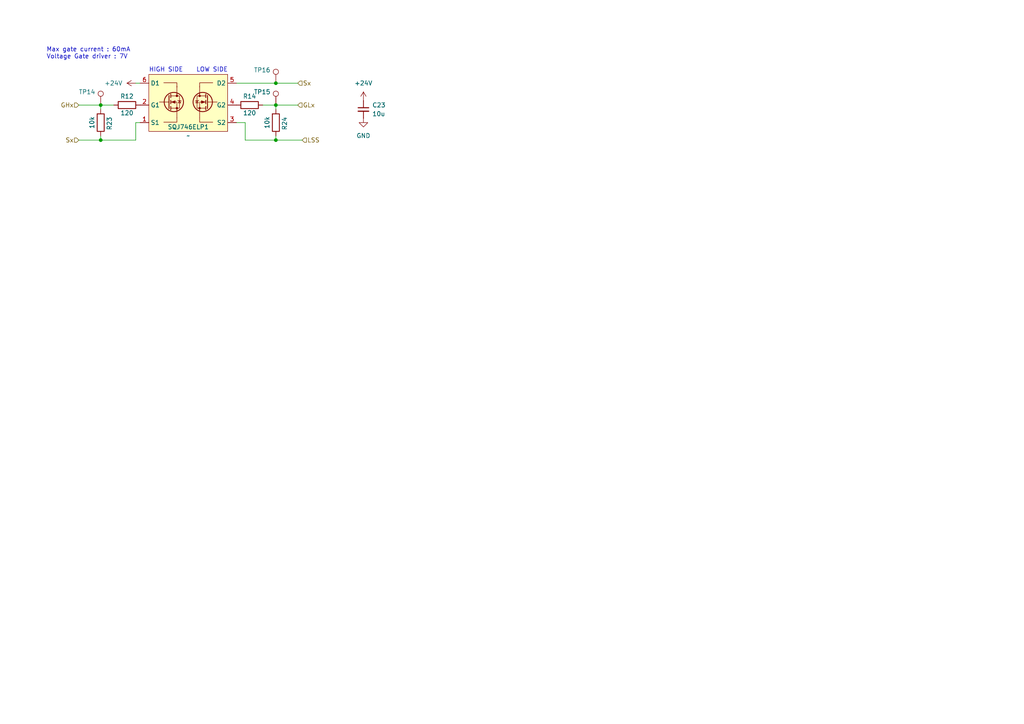
<source format=kicad_sch>
(kicad_sch (version 20250114) (generator "eeschema") (generator_version "9.0")
  (paper "A4")
  (lib_symbols
    (symbol "Connector:TestPoint" (pin_numbers (hide yes)) (pin_names (offset 0.762) (hide yes))
      (property "Reference" "TP" (at 0 6.858 0))
      (property "Value" "TestPoint" (at 0 5.08 0))
      (symbol "TestPoint_0_1"
        (circle (center 0 3.302) (radius 0.762))
      )
      (symbol "TestPoint_1_1"
        (pin passive line (at 0 0 90) (length 2.54) (name "1") (number "1"))
      )
    )
    (symbol "Custom:SQJ746ELP"
      (property "Reference" "SQJ746ELP" (at 0 -7.62 0))
      (symbol "SQJ746ELP_0_1"
        (polyline (pts (xy -5.588 1.524) (xy -5.588 -2.286)) (stroke (width 0.254)))
        (polyline (pts (xy -5.588 -0.381) (xy -8.382 -0.381)))
        (polyline (pts (xy -5.08 1.905) (xy -5.08 0.889)) (stroke (width 0.254)))
        (polyline (pts (xy -5.08 0.127) (xy -5.08 -0.889)) (stroke (width 0.254)))
        (polyline (pts (xy -5.08 -1.651) (xy -5.08 -2.667)) (stroke (width 0.254)))
        (polyline (pts (xy -5.08 -2.159) (xy -2.54 -2.159) (xy -2.54 1.397) (xy -5.08 1.397)))
        (polyline (pts (xy -4.826 -0.381) (xy -3.81 0) (xy -3.81 -0.762) (xy -4.826 -0.381)) (fill (type outline)))
        (circle (center -4.191 -0.381) (radius 2.794) (stroke (width 0.254)))
        (polyline (pts (xy -3.302 2.159) (xy -3.302 1.397)))
        (circle (center -3.302 1.397) (radius 0.254) (fill (type outline)))
        (polyline (pts (xy -3.302 1.397) (xy -3.302 4.191)))
        (circle (center -3.302 -2.159) (radius 0.254) (fill (type outline)))
        (polyline (pts (xy -3.302 -2.921) (xy -3.302 -0.381) (xy -5.08 -0.381)))
        (polyline (pts (xy -3.302 -4.953) (xy -3.302 -2.159)))
        (polyline (pts (xy -3.048 0.127) (xy -2.921 0) (xy -2.159 0) (xy -2.032 -0.127)))
        (polyline (pts (xy -2.54 0) (xy -2.921 -0.635) (xy -2.159 -0.635) (xy -2.54 0)))
        (polyline (pts (xy 2.54 0) (xy 2.921 -0.635) (xy 2.159 -0.635) (xy 2.54 0)))
        (polyline (pts (xy 3.048 0.127) (xy 2.921 0) (xy 2.159 0) (xy 2.032 -0.127)))
        (polyline (pts (xy 3.302 2.159) (xy 3.302 1.397)))
        (polyline (pts (xy 3.302 1.397) (xy 3.302 4.191)))
        (circle (center 3.302 1.397) (radius 0.254) (fill (type outline)))
        (circle (center 3.302 -2.159) (radius 0.254) (fill (type outline)))
        (polyline (pts (xy 3.302 -2.921) (xy 3.302 -0.381) (xy 5.08 -0.381)))
        (polyline (pts (xy 3.302 -4.953) (xy 3.302 -2.159)))
        (circle (center 4.191 -0.381) (radius 2.794) (stroke (width 0.254)))
        (polyline (pts (xy 4.826 -0.381) (xy 3.81 0) (xy 3.81 -0.762) (xy 4.826 -0.381)) (fill (type outline)))
        (polyline (pts (xy 5.08 1.905) (xy 5.08 0.889)) (stroke (width 0.254)))
        (polyline (pts (xy 5.08 0.127) (xy 5.08 -0.889)) (stroke (width 0.254)))
        (polyline (pts (xy 5.08 -1.651) (xy 5.08 -2.667)) (stroke (width 0.254)))
        (polyline (pts (xy 5.08 -2.159) (xy 2.54 -2.159) (xy 2.54 1.397) (xy 5.08 1.397)))
        (polyline (pts (xy 5.588 1.524) (xy 5.588 -2.286)) (stroke (width 0.254)))
        (polyline (pts (xy 5.588 -0.381) (xy 8.382 -0.381)))
      )
      (symbol "SQJ746ELP_1_1"
        (rectangle (start -11.43 7.62) (end 11.43 -8.89) (fill (type background)))
        (polyline (pts (xy -3.302 3.937) (xy -3.302 5.207) (xy -7.112 5.207)))
        (polyline (pts (xy -3.302 -4.953) (xy -3.302 -6.223) (xy -7.112 -6.223)))
        (polyline (pts (xy 3.302 3.937) (xy 3.302 5.207) (xy 7.112 5.207)))
        (polyline (pts (xy 3.302 -4.953) (xy 3.302 -6.223) (xy 7.112 -6.223)))
        (pin input line (at -13.97 5.08 0) (length 2.54) (name "D2") (number "5"))
        (pin input line (at -13.97 -1.27 0) (length 2.54) (name "G2") (number "4"))
        (pin output line (at -13.97 -6.35 0) (length 2.54) (name "S2") (number "3"))
        (pin input line (at 13.97 5.08 180) (length 2.54) (name "D1") (number "6"))
        (pin input line (at 13.97 -1.27 180) (length 2.54) (name "G1") (number "2"))
        (pin output line (at 13.97 -6.35 180) (length 2.54) (name "S1") (number "1"))
      )
    )
    (symbol "Device:C_Small" (pin_numbers (hide yes)) (pin_names (offset 0.254) (hide yes))
      (property "Reference" "C" (at 0.254 1.778 0))
      (property "Value" "C_Small" (at 0.254 -2.032 0))
      (symbol "C_Small_0_1"
        (polyline (pts (xy -1.524 0.508) (xy 1.524 0.508)) (stroke (width 0.3048)))
        (polyline (pts (xy -1.524 -0.508) (xy 1.524 -0.508)) (stroke (width 0.3302)))
      )
      (symbol "C_Small_1_1"
        (pin passive line (at 0 2.54 270) (length 2.032) (name "~") (number "1"))
        (pin passive line (at 0 -2.54 90) (length 2.032) (name "~") (number "2"))
      )
    )
    (symbol "Device:R" (pin_numbers (hide yes)) (pin_names (offset 0))
      (property "Reference" "R" (at 2.032 0 90))
      (property "Value" "R" (at 0 0 90))
      (symbol "R_0_1"
        (rectangle (start -1.016 -2.54) (end 1.016 2.54) (stroke (width 0.254)))
      )
      (symbol "R_1_1"
        (pin passive line (at 0 3.81 270) (length 1.27) (name "~") (number "1"))
        (pin passive line (at 0 -3.81 90) (length 1.27) (name "~") (number "2"))
      )
    )
    (symbol "power:+24V" (power) (pin_numbers (hide yes)) (pin_names (offset 0) (hide yes))
      (property "Value" "+24V" (at 0 3.556 0))
      (symbol "+24V_0_1"
        (polyline (pts (xy -0.762 1.27) (xy 0 2.54)))
        (polyline (pts (xy 0 2.54) (xy 0.762 1.27)))
        (polyline (pts (xy 0 0) (xy 0 2.54)))
      )
      (symbol "+24V_1_1"
        (pin power_in line (at 0 0 90) (length 0) (name "~") (number "1"))
      )
    )
    (symbol "power:GND" (power) (pin_numbers (hide yes)) (pin_names (offset 0) (hide yes))
      (property "Value" "GND" (at 0 -3.81 0))
      (symbol "GND_0_1"
        (polyline (pts (xy 0 0) (xy 0 -1.27) (xy 1.27 -1.27) (xy 0 -2.54) (xy -1.27 -1.27) (xy 0 -1.27)))
      )
      (symbol "GND_1_1"
        (pin power_in line (at 0 0 270) (length 0) (name "~") (number "1"))
      )
    )
  )
  (text "HIGH SIDE" (at 43.18 20.32 0) (effects (font (size 1.27 1.27)) (justify left)))
  (text "LOW SIDE" (at 56.896 20.32 0) (effects (font (size 1.27 1.27)) (justify left)))
  (text "Max gate current : 60mA\nVoltage Gate driver : 7V" (at 13.462 15.494 0) (effects (font (size 1.27 1.27)) (justify left)))
  (junction (at 80.01 24.13))
  (junction (at 80.01 30.48))
  (junction (at 80.01 40.64))
  (junction (at 29.21 30.48))
  (junction (at 29.21 40.64))
  (wire (pts (xy 29.21 30.48) (xy 29.21 31.75)))
  (wire (pts (xy 80.01 40.64) (xy 87.63 40.64)))
  (wire (pts (xy 71.12 35.56) (xy 68.58 35.56)))
  (wire (pts (xy 39.37 35.56) (xy 39.37 40.64)))
  (wire (pts (xy 39.37 40.64) (xy 29.21 40.64)))
  (wire (pts (xy 80.01 31.75) (xy 80.01 30.48)))
  (wire (pts (xy 22.86 30.48) (xy 29.21 30.48)))
  (wire (pts (xy 76.2 30.48) (xy 80.01 30.48)))
  (wire (pts (xy 80.01 39.37) (xy 80.01 40.64)))
  (wire (pts (xy 80.01 24.13) (xy 86.36 24.13)))
  (wire (pts (xy 71.12 40.64) (xy 80.01 40.64)))
  (wire (pts (xy 29.21 39.37) (xy 29.21 40.64)))
  (wire (pts (xy 68.58 24.13) (xy 80.01 24.13)))
  (wire (pts (xy 40.64 35.56) (xy 39.37 35.56)))
  (wire (pts (xy 22.86 40.64) (xy 29.21 40.64)))
  (wire (pts (xy 80.01 30.48) (xy 86.36 30.48)))
  (wire (pts (xy 71.12 40.64) (xy 71.12 35.56)))
  (wire (pts (xy 33.02 30.48) (xy 29.21 30.48)))
  (wire (pts (xy 40.64 24.13) (xy 39.37 24.13)))
  (hierarchical_label "GHx" (shape input) (at 22.86 30.48 180))
  (hierarchical_label "Sx" (shape input) (at 86.36 24.13 0))
  (hierarchical_label "GLx" (shape input) (at 86.36 30.48 0))
  (hierarchical_label "Sx" (shape input) (at 22.86 40.64 180))
  (hierarchical_label "LSS" (shape input) (at 87.63 40.64 0))
  (symbol (lib_id "Device:R") (at 36.83 30.48 90) (unit 1)
    (property "Reference" "R12" (at 36.83 27.94 90))
    (property "Value" "120" (at 36.83 32.766 90))
    (property "Footprint" "Resistor_SMD:R_1210_3225Metric" (effects (hide yes)))
    (property "Description" "Resistor" (effects (hide yes)))
    (instances (project "Motor_driver" (path "" (reference "R12") (unit 1)) (path "" (reference "R20") (unit 1)) (path "" (reference "R13") (unit 1))))
  )
  (symbol (lib_id "Device:C_Small") (at 105.41 31.75 0) (unit 1)
    (property "Reference" "C23" (at 107.95 30.4862 0) (effects (justify left)))
    (property "Value" "10u" (at 107.95 33.0262 0) (effects (justify left)))
    (property "Footprint" "Capacitor_SMD:C_2220_5750Metric" (effects (hide yes)))
    (property "Datasheet" "https://www.we-online.com/components/products/datasheet/885012214001.pdf" (effects (hide yes)))
    (property "Description" "Unpolarized capacitor, small symbol" (effects (hide yes)))
    (property "MPN" "885012214001" (effects (hide yes)))
    (property "Vmax" "100V" (effects (hide yes)))
    (instances (project "Motor_driver" (path "" (reference "C23") (unit 1)) (path "" (reference "C25") (unit 1)) (path "" (reference "C24") (unit 1))))
  )
  (symbol (lib_id "Connector:TestPoint") (at 29.21 30.48 0) (mirror y) (unit 1)
    (property "Reference" "TP14" (at 27.686 26.67 0) (effects (justify left)))
    (property "Value" "GATE C" (effects (hide yes)))
    (property "Footprint" "TestPoint:TestPoint_Pad_D1.5mm" (effects (hide yes)))
    (property "Description" "test point" (effects (hide yes)))
    (instances (project "Motor_driver" (path "" (reference "TP14") (unit 1)) (path "" (reference "TP20") (unit 1)) (path "" (reference "TP17") (unit 1))))
  )
  (symbol (lib_id "power:+24V") (at 105.41 29.21 0) (unit 1)
    (property "Reference" "#PWR036" (effects (hide yes)))
    (property "Value" "+24V" (at 105.41 24.13 0))
    (property "Description" "Power symbol creates a global label with name \"+24V\"" (effects (hide yes)))
    (instances (project "Motor_driver" (path "" (reference "#PWR036") (unit 1)) (path "" (reference "#PWR042") (unit 1)) (path "" (reference "#PWR040") (unit 1))))
  )
  (symbol (lib_id "Connector:TestPoint") (at 80.01 30.48 0) (mirror y) (unit 1)
    (property "Reference" "TP15" (at 78.486 26.67 0) (effects (justify left)))
    (property "Value" "GATE C" (effects (hide yes)))
    (property "Footprint" "TestPoint:TestPoint_Pad_D1.5mm" (effects (hide yes)))
    (property "Description" "test point" (effects (hide yes)))
    (instances (project "Motor_driver" (path "" (reference "TP15") (unit 1)) (path "" (reference "TP22") (unit 1)) (path "" (reference "TP19") (unit 1))))
  )
  (symbol (lib_id "Custom:SQJ746ELP") (at 54.61 29.21 0) (mirror y) (unit 1)
    (property "Reference" "SQJ746ELP1" (at 54.61 36.83 0))
    (property "Value" "~" (at 54.61 39.37 0))
    (property "Footprint" "Package_SO:PowerPAK_SO-8_Dual" (effects (hide yes)))
    (instances (project "Motor_driver" (path "" (reference "SQJ746ELP1") (unit 1)) (path "" (reference "SQJ746ELP3") (unit 1)) (path "" (reference "SQJ746ELP2") (unit 1))))
  )
  (symbol (lib_id "Device:R") (at 72.39 30.48 90) (unit 1)
    (property "Reference" "R14" (at 72.39 27.94 90))
    (property "Value" "120" (at 72.39 32.766 90))
    (property "Footprint" "Resistor_SMD:R_1210_3225Metric" (effects (hide yes)))
    (property "Description" "Resistor" (effects (hide yes)))
    (instances (project "Motor_driver" (path "" (reference "R14") (unit 1)) (path "" (reference "R21") (unit 1)) (path "" (reference "R19") (unit 1))))
  )
  (symbol (lib_id "Device:R") (at 80.01 35.56 0) (unit 1)
    (property "Reference" "R24" (at 82.55 35.814 90))
    (property "Value" "10k" (at 77.47 35.56 90))
    (property "Footprint" "Resistor_SMD:R_0402_1005Metric" (effects (hide yes)))
    (property "Description" "Resistor" (effects (hide yes)))
    (instances (project "Motor_driver" (path "" (reference "R24") (unit 1)) (path "" (reference "R28") (unit 1)) (path "" (reference "R26") (unit 1))))
  )
  (symbol (lib_id "power:GND") (at 105.41 34.29 0) (unit 1)
    (property "Reference" "#PWR038" (effects (hide yes)))
    (property "Value" "GND" (at 105.41 39.37 0))
    (property "Description" "Power symbol creates a global label with name \"GND\" , ground" (effects (hide yes)))
    (instances (project "Motor_driver" (path "" (reference "#PWR038") (unit 1)) (path "" (reference "#PWR043") (unit 1)) (path "" (reference "#PWR041") (unit 1))))
  )
  (symbol (lib_id "Connector:TestPoint") (at 80.01 24.13 0) (mirror y) (unit 1)
    (property "Reference" "TP16" (at 78.486 20.32 0) (effects (justify left)))
    (property "Value" "GATE C" (effects (hide yes)))
    (property "Footprint" "TestPoint:TestPoint_Pad_D1.5mm" (effects (hide yes)))
    (property "Description" "test point" (effects (hide yes)))
    (instances (project "Motor_driver" (path "" (reference "TP16") (unit 1)) (path "" (reference "TP21") (unit 1)) (path "" (reference "TP18") (unit 1))))
  )
  (symbol (lib_id "Device:R") (at 29.21 35.56 0) (unit 1)
    (property "Reference" "R23" (at 31.75 35.814 90))
    (property "Value" "10k" (at 26.67 35.56 90))
    (property "Footprint" "Resistor_SMD:R_0402_1005Metric" (effects (hide yes)))
    (property "Description" "Resistor" (effects (hide yes)))
    (instances (project "Motor_driver" (path "" (reference "R23") (unit 1)) (path "" (reference "R27") (unit 1)) (path "" (reference "R25") (unit 1))))
  )
  (symbol (lib_id "power:+24V") (at 39.37 24.13 90) (unit 1)
    (property "Reference" "#PWR022" (effects (hide yes)))
    (property "Value" "+24V" (at 35.56 24.1299 90) (effects (justify left)))
    (property "Description" "Power symbol creates a global label with name \"+24V\"" (effects (hide yes)))
    (instances (project "Motor_driver" (path "" (reference "#PWR022") (unit 1)) (path "" (reference "#PWR031") (unit 1)) (path "" (reference "#PWR023") (unit 1))))
  )
)
</source>
